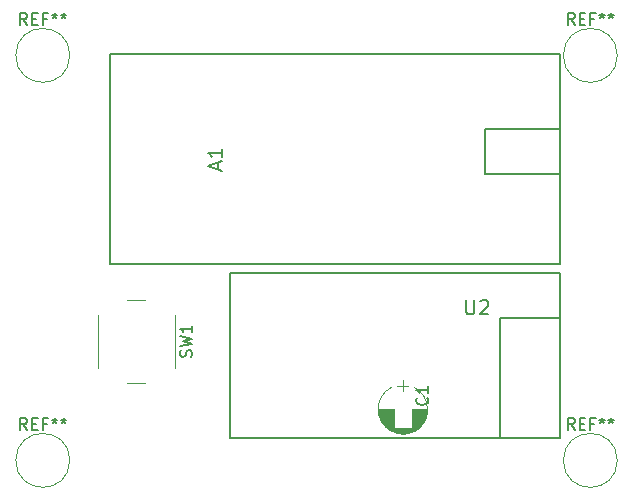
<source format=gbr>
G04 #@! TF.FileFunction,Legend,Top*
%FSLAX46Y46*%
G04 Gerber Fmt 4.6, Leading zero omitted, Abs format (unit mm)*
G04 Created by KiCad (PCBNEW 4.0.6-e0-6349~52~ubuntu16.10.1) date Mon Nov  6 09:48:41 2017*
%MOMM*%
%LPD*%
G01*
G04 APERTURE LIST*
%ADD10C,0.100000*%
%ADD11C,0.120000*%
%ADD12C,0.150000*%
G04 APERTURE END LIST*
D10*
D11*
X121666000Y-113030000D02*
G75*
G03X121666000Y-113030000I-2286000J0D01*
G01*
X121666000Y-78740000D02*
G75*
G03X121666000Y-78740000I-2286000J0D01*
G01*
X168021000Y-113030000D02*
G75*
G03X168021000Y-113030000I-2286000J0D01*
G01*
X150839170Y-110546436D02*
G75*
G03X150840000Y-106854004I-979170J1846436D01*
G01*
X148880830Y-110546436D02*
G75*
G02X148880000Y-106854004I979170J1846436D01*
G01*
X148880830Y-110546436D02*
G75*
G03X150840000Y-110545996I979170J1846436D01*
G01*
X149080000Y-108700000D02*
X147810000Y-108700000D01*
X151910000Y-108700000D02*
X150640000Y-108700000D01*
X151910000Y-108740000D02*
X150640000Y-108740000D01*
X149080000Y-108740000D02*
X147810000Y-108740000D01*
X151909000Y-108780000D02*
X150640000Y-108780000D01*
X149080000Y-108780000D02*
X147811000Y-108780000D01*
X151907000Y-108820000D02*
X150640000Y-108820000D01*
X149080000Y-108820000D02*
X147813000Y-108820000D01*
X151904000Y-108860000D02*
X150640000Y-108860000D01*
X149080000Y-108860000D02*
X147816000Y-108860000D01*
X151901000Y-108900000D02*
X150640000Y-108900000D01*
X149080000Y-108900000D02*
X147819000Y-108900000D01*
X151897000Y-108940000D02*
X150640000Y-108940000D01*
X149080000Y-108940000D02*
X147823000Y-108940000D01*
X151892000Y-108980000D02*
X150640000Y-108980000D01*
X149080000Y-108980000D02*
X147828000Y-108980000D01*
X151886000Y-109020000D02*
X150640000Y-109020000D01*
X149080000Y-109020000D02*
X147834000Y-109020000D01*
X151879000Y-109060000D02*
X150640000Y-109060000D01*
X149080000Y-109060000D02*
X147841000Y-109060000D01*
X151872000Y-109100000D02*
X150640000Y-109100000D01*
X149080000Y-109100000D02*
X147848000Y-109100000D01*
X151864000Y-109140000D02*
X150640000Y-109140000D01*
X149080000Y-109140000D02*
X147856000Y-109140000D01*
X151855000Y-109180000D02*
X150640000Y-109180000D01*
X149080000Y-109180000D02*
X147865000Y-109180000D01*
X151845000Y-109220000D02*
X150640000Y-109220000D01*
X149080000Y-109220000D02*
X147875000Y-109220000D01*
X151834000Y-109260000D02*
X150640000Y-109260000D01*
X149080000Y-109260000D02*
X147886000Y-109260000D01*
X151823000Y-109300000D02*
X150640000Y-109300000D01*
X149080000Y-109300000D02*
X147897000Y-109300000D01*
X151810000Y-109340000D02*
X150640000Y-109340000D01*
X149080000Y-109340000D02*
X147910000Y-109340000D01*
X151797000Y-109380000D02*
X150640000Y-109380000D01*
X149080000Y-109380000D02*
X147923000Y-109380000D01*
X151783000Y-109421000D02*
X150640000Y-109421000D01*
X149080000Y-109421000D02*
X147937000Y-109421000D01*
X151767000Y-109461000D02*
X150640000Y-109461000D01*
X149080000Y-109461000D02*
X147953000Y-109461000D01*
X151751000Y-109501000D02*
X150640000Y-109501000D01*
X149080000Y-109501000D02*
X147969000Y-109501000D01*
X151734000Y-109541000D02*
X150640000Y-109541000D01*
X149080000Y-109541000D02*
X147986000Y-109541000D01*
X151716000Y-109581000D02*
X150640000Y-109581000D01*
X149080000Y-109581000D02*
X148004000Y-109581000D01*
X151697000Y-109621000D02*
X150640000Y-109621000D01*
X149080000Y-109621000D02*
X148023000Y-109621000D01*
X151677000Y-109661000D02*
X150640000Y-109661000D01*
X149080000Y-109661000D02*
X148043000Y-109661000D01*
X151656000Y-109701000D02*
X150640000Y-109701000D01*
X149080000Y-109701000D02*
X148064000Y-109701000D01*
X151633000Y-109741000D02*
X150640000Y-109741000D01*
X149080000Y-109741000D02*
X148087000Y-109741000D01*
X151610000Y-109781000D02*
X150640000Y-109781000D01*
X149080000Y-109781000D02*
X148110000Y-109781000D01*
X151585000Y-109821000D02*
X150640000Y-109821000D01*
X149080000Y-109821000D02*
X148135000Y-109821000D01*
X151559000Y-109861000D02*
X150640000Y-109861000D01*
X149080000Y-109861000D02*
X148161000Y-109861000D01*
X151532000Y-109901000D02*
X150640000Y-109901000D01*
X149080000Y-109901000D02*
X148188000Y-109901000D01*
X151503000Y-109941000D02*
X150640000Y-109941000D01*
X149080000Y-109941000D02*
X148217000Y-109941000D01*
X151473000Y-109981000D02*
X150640000Y-109981000D01*
X149080000Y-109981000D02*
X148247000Y-109981000D01*
X151441000Y-110021000D02*
X150640000Y-110021000D01*
X149080000Y-110021000D02*
X148279000Y-110021000D01*
X151407000Y-110061000D02*
X150640000Y-110061000D01*
X149080000Y-110061000D02*
X148313000Y-110061000D01*
X151372000Y-110101000D02*
X150640000Y-110101000D01*
X149080000Y-110101000D02*
X148348000Y-110101000D01*
X151335000Y-110141000D02*
X150640000Y-110141000D01*
X149080000Y-110141000D02*
X148385000Y-110141000D01*
X151296000Y-110181000D02*
X150640000Y-110181000D01*
X149080000Y-110181000D02*
X148424000Y-110181000D01*
X151255000Y-110221000D02*
X150640000Y-110221000D01*
X149080000Y-110221000D02*
X148465000Y-110221000D01*
X151211000Y-110261000D02*
X148509000Y-110261000D01*
X151165000Y-110301000D02*
X148555000Y-110301000D01*
X151116000Y-110341000D02*
X148604000Y-110341000D01*
X151064000Y-110381000D02*
X148656000Y-110381000D01*
X151008000Y-110421000D02*
X148712000Y-110421000D01*
X150948000Y-110461000D02*
X148772000Y-110461000D01*
X150883000Y-110501000D02*
X148837000Y-110501000D01*
X150812000Y-110541000D02*
X148908000Y-110541000D01*
X150734000Y-110581000D02*
X148986000Y-110581000D01*
X150646000Y-110621000D02*
X149074000Y-110621000D01*
X150546000Y-110661000D02*
X149174000Y-110661000D01*
X150427000Y-110701000D02*
X149293000Y-110701000D01*
X150275000Y-110741000D02*
X149445000Y-110741000D01*
X150025000Y-110781000D02*
X149695000Y-110781000D01*
X149860000Y-106250000D02*
X149860000Y-107150000D01*
X150310000Y-106700000D02*
X149410000Y-106700000D01*
X124040000Y-100695000D02*
X124040000Y-105195000D01*
X128040000Y-99445000D02*
X126540000Y-99445000D01*
X130540000Y-105195000D02*
X130540000Y-100695000D01*
X126540000Y-106445000D02*
X128040000Y-106445000D01*
D12*
X135255000Y-111125000D02*
X135255000Y-97155000D01*
X163195000Y-111125000D02*
X135255000Y-111125000D01*
X163195000Y-97155000D02*
X135255000Y-97155000D01*
X163195000Y-111125000D02*
X163195000Y-97155000D01*
X163195000Y-100965000D02*
X163195000Y-111125000D01*
X158115000Y-100965000D02*
X163195000Y-100965000D01*
X158115000Y-111125000D02*
X158115000Y-100965000D01*
X163195000Y-111125000D02*
X158115000Y-111125000D01*
X156845000Y-88800000D02*
X163195000Y-88800000D01*
X156845000Y-84990000D02*
X156845000Y-88800000D01*
X163195000Y-84990000D02*
X156845000Y-84990000D01*
X125095000Y-96420000D02*
X125095000Y-78640000D01*
X163195000Y-96420000D02*
X125095000Y-96420000D01*
X163195000Y-78640000D02*
X163195000Y-96420000D01*
X125095000Y-78640000D02*
X163195000Y-78640000D01*
D11*
X168021000Y-78740000D02*
G75*
G03X168021000Y-78740000I-2286000J0D01*
G01*
D12*
X118046667Y-110434381D02*
X117713333Y-109958190D01*
X117475238Y-110434381D02*
X117475238Y-109434381D01*
X117856191Y-109434381D01*
X117951429Y-109482000D01*
X117999048Y-109529619D01*
X118046667Y-109624857D01*
X118046667Y-109767714D01*
X117999048Y-109862952D01*
X117951429Y-109910571D01*
X117856191Y-109958190D01*
X117475238Y-109958190D01*
X118475238Y-109910571D02*
X118808572Y-109910571D01*
X118951429Y-110434381D02*
X118475238Y-110434381D01*
X118475238Y-109434381D01*
X118951429Y-109434381D01*
X119713334Y-109910571D02*
X119380000Y-109910571D01*
X119380000Y-110434381D02*
X119380000Y-109434381D01*
X119856191Y-109434381D01*
X120380000Y-109434381D02*
X120380000Y-109672476D01*
X120141905Y-109577238D02*
X120380000Y-109672476D01*
X120618096Y-109577238D01*
X120237143Y-109862952D02*
X120380000Y-109672476D01*
X120522858Y-109862952D01*
X121141905Y-109434381D02*
X121141905Y-109672476D01*
X120903810Y-109577238D02*
X121141905Y-109672476D01*
X121380001Y-109577238D01*
X120999048Y-109862952D02*
X121141905Y-109672476D01*
X121284763Y-109862952D01*
X118046667Y-76144381D02*
X117713333Y-75668190D01*
X117475238Y-76144381D02*
X117475238Y-75144381D01*
X117856191Y-75144381D01*
X117951429Y-75192000D01*
X117999048Y-75239619D01*
X118046667Y-75334857D01*
X118046667Y-75477714D01*
X117999048Y-75572952D01*
X117951429Y-75620571D01*
X117856191Y-75668190D01*
X117475238Y-75668190D01*
X118475238Y-75620571D02*
X118808572Y-75620571D01*
X118951429Y-76144381D02*
X118475238Y-76144381D01*
X118475238Y-75144381D01*
X118951429Y-75144381D01*
X119713334Y-75620571D02*
X119380000Y-75620571D01*
X119380000Y-76144381D02*
X119380000Y-75144381D01*
X119856191Y-75144381D01*
X120380000Y-75144381D02*
X120380000Y-75382476D01*
X120141905Y-75287238D02*
X120380000Y-75382476D01*
X120618096Y-75287238D01*
X120237143Y-75572952D02*
X120380000Y-75382476D01*
X120522858Y-75572952D01*
X121141905Y-75144381D02*
X121141905Y-75382476D01*
X120903810Y-75287238D02*
X121141905Y-75382476D01*
X121380001Y-75287238D01*
X120999048Y-75572952D02*
X121141905Y-75382476D01*
X121284763Y-75572952D01*
X164401667Y-110434381D02*
X164068333Y-109958190D01*
X163830238Y-110434381D02*
X163830238Y-109434381D01*
X164211191Y-109434381D01*
X164306429Y-109482000D01*
X164354048Y-109529619D01*
X164401667Y-109624857D01*
X164401667Y-109767714D01*
X164354048Y-109862952D01*
X164306429Y-109910571D01*
X164211191Y-109958190D01*
X163830238Y-109958190D01*
X164830238Y-109910571D02*
X165163572Y-109910571D01*
X165306429Y-110434381D02*
X164830238Y-110434381D01*
X164830238Y-109434381D01*
X165306429Y-109434381D01*
X166068334Y-109910571D02*
X165735000Y-109910571D01*
X165735000Y-110434381D02*
X165735000Y-109434381D01*
X166211191Y-109434381D01*
X166735000Y-109434381D02*
X166735000Y-109672476D01*
X166496905Y-109577238D02*
X166735000Y-109672476D01*
X166973096Y-109577238D01*
X166592143Y-109862952D02*
X166735000Y-109672476D01*
X166877858Y-109862952D01*
X167496905Y-109434381D02*
X167496905Y-109672476D01*
X167258810Y-109577238D02*
X167496905Y-109672476D01*
X167735001Y-109577238D01*
X167354048Y-109862952D02*
X167496905Y-109672476D01*
X167639763Y-109862952D01*
X151907143Y-107726666D02*
X151954762Y-107774285D01*
X152002381Y-107917142D01*
X152002381Y-108012380D01*
X151954762Y-108155238D01*
X151859524Y-108250476D01*
X151764286Y-108298095D01*
X151573810Y-108345714D01*
X151430952Y-108345714D01*
X151240476Y-108298095D01*
X151145238Y-108250476D01*
X151050000Y-108155238D01*
X151002381Y-108012380D01*
X151002381Y-107917142D01*
X151050000Y-107774285D01*
X151097619Y-107726666D01*
X152002381Y-106774285D02*
X152002381Y-107345714D01*
X152002381Y-107060000D02*
X151002381Y-107060000D01*
X151145238Y-107155238D01*
X151240476Y-107250476D01*
X151288095Y-107345714D01*
X131944762Y-104278333D02*
X131992381Y-104135476D01*
X131992381Y-103897380D01*
X131944762Y-103802142D01*
X131897143Y-103754523D01*
X131801905Y-103706904D01*
X131706667Y-103706904D01*
X131611429Y-103754523D01*
X131563810Y-103802142D01*
X131516190Y-103897380D01*
X131468571Y-104087857D01*
X131420952Y-104183095D01*
X131373333Y-104230714D01*
X131278095Y-104278333D01*
X131182857Y-104278333D01*
X131087619Y-104230714D01*
X131040000Y-104183095D01*
X130992381Y-104087857D01*
X130992381Y-103849761D01*
X131040000Y-103706904D01*
X130992381Y-103373571D02*
X131992381Y-103135476D01*
X131278095Y-102944999D01*
X131992381Y-102754523D01*
X130992381Y-102516428D01*
X131992381Y-101611666D02*
X131992381Y-102183095D01*
X131992381Y-101897381D02*
X130992381Y-101897381D01*
X131135238Y-101992619D01*
X131230476Y-102087857D01*
X131278095Y-102183095D01*
X155220714Y-99457857D02*
X155220714Y-100429286D01*
X155277857Y-100543571D01*
X155335000Y-100600714D01*
X155449286Y-100657857D01*
X155677857Y-100657857D01*
X155792143Y-100600714D01*
X155849286Y-100543571D01*
X155906429Y-100429286D01*
X155906429Y-99457857D01*
X156420714Y-99572143D02*
X156477857Y-99515000D01*
X156592143Y-99457857D01*
X156877857Y-99457857D01*
X156992143Y-99515000D01*
X157049286Y-99572143D01*
X157106429Y-99686429D01*
X157106429Y-99800714D01*
X157049286Y-99972143D01*
X156363572Y-100657857D01*
X157106429Y-100657857D01*
X134185000Y-88387143D02*
X134185000Y-87815714D01*
X134527857Y-88501428D02*
X133327857Y-88101428D01*
X134527857Y-87701428D01*
X134527857Y-86672857D02*
X134527857Y-87358572D01*
X134527857Y-87015714D02*
X133327857Y-87015714D01*
X133499286Y-87130000D01*
X133613571Y-87244286D01*
X133670714Y-87358572D01*
X164401667Y-76144381D02*
X164068333Y-75668190D01*
X163830238Y-76144381D02*
X163830238Y-75144381D01*
X164211191Y-75144381D01*
X164306429Y-75192000D01*
X164354048Y-75239619D01*
X164401667Y-75334857D01*
X164401667Y-75477714D01*
X164354048Y-75572952D01*
X164306429Y-75620571D01*
X164211191Y-75668190D01*
X163830238Y-75668190D01*
X164830238Y-75620571D02*
X165163572Y-75620571D01*
X165306429Y-76144381D02*
X164830238Y-76144381D01*
X164830238Y-75144381D01*
X165306429Y-75144381D01*
X166068334Y-75620571D02*
X165735000Y-75620571D01*
X165735000Y-76144381D02*
X165735000Y-75144381D01*
X166211191Y-75144381D01*
X166735000Y-75144381D02*
X166735000Y-75382476D01*
X166496905Y-75287238D02*
X166735000Y-75382476D01*
X166973096Y-75287238D01*
X166592143Y-75572952D02*
X166735000Y-75382476D01*
X166877858Y-75572952D01*
X167496905Y-75144381D02*
X167496905Y-75382476D01*
X167258810Y-75287238D02*
X167496905Y-75382476D01*
X167735001Y-75287238D01*
X167354048Y-75572952D02*
X167496905Y-75382476D01*
X167639763Y-75572952D01*
M02*

</source>
